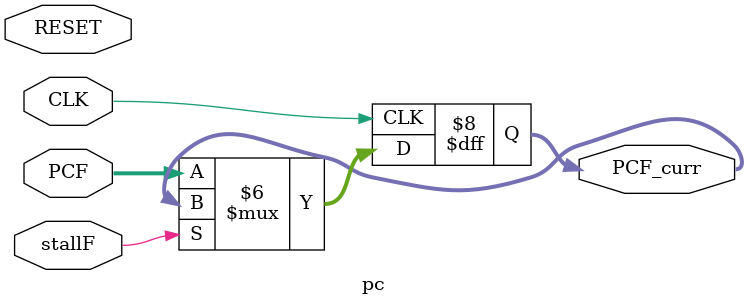
<source format=v>
module pc(PCF_curr, PCF, CLK, RESET, stallF);
  output reg [31:0] PCF_curr;
  input [31:0] PCF;
  input CLK, RESET, stallF;
  
  always @ (posedge CLK)
    begin
      if(!stallF) begin
        PCF_curr <= PCF;
      end
      else begin
      end
      
      if (RESET) PC_curr <= 32'b0;
      else PC_curr <= PC_next;

    end
endmodule

</source>
